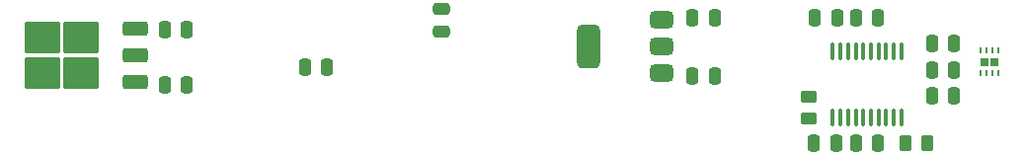
<source format=gtp>
G04 #@! TF.GenerationSoftware,KiCad,Pcbnew,8.0.4*
G04 #@! TF.CreationDate,2024-09-22T20:29:30+02:00*
G04 #@! TF.ProjectId,Fader_Single,46616465-725f-4536-996e-676c652e6b69,rev?*
G04 #@! TF.SameCoordinates,Original*
G04 #@! TF.FileFunction,Paste,Top*
G04 #@! TF.FilePolarity,Positive*
%FSLAX46Y46*%
G04 Gerber Fmt 4.6, Leading zero omitted, Abs format (unit mm)*
G04 Created by KiCad (PCBNEW 8.0.4) date 2024-09-22 20:29:30*
%MOMM*%
%LPD*%
G01*
G04 APERTURE LIST*
G04 Aperture macros list*
%AMRoundRect*
0 Rectangle with rounded corners*
0 $1 Rounding radius*
0 $2 $3 $4 $5 $6 $7 $8 $9 X,Y pos of 4 corners*
0 Add a 4 corners polygon primitive as box body*
4,1,4,$2,$3,$4,$5,$6,$7,$8,$9,$2,$3,0*
0 Add four circle primitives for the rounded corners*
1,1,$1+$1,$2,$3*
1,1,$1+$1,$4,$5*
1,1,$1+$1,$6,$7*
1,1,$1+$1,$8,$9*
0 Add four rect primitives between the rounded corners*
20,1,$1+$1,$2,$3,$4,$5,0*
20,1,$1+$1,$4,$5,$6,$7,0*
20,1,$1+$1,$6,$7,$8,$9,0*
20,1,$1+$1,$8,$9,$2,$3,0*%
G04 Aperture macros list end*
%ADD10RoundRect,0.100000X0.100000X-0.637500X0.100000X0.637500X-0.100000X0.637500X-0.100000X-0.637500X0*%
%ADD11RoundRect,0.250000X0.850000X0.350000X-0.850000X0.350000X-0.850000X-0.350000X0.850000X-0.350000X0*%
%ADD12RoundRect,0.250000X1.275000X1.125000X-1.275000X1.125000X-1.275000X-1.125000X1.275000X-1.125000X0*%
%ADD13RoundRect,0.375000X0.625000X0.375000X-0.625000X0.375000X-0.625000X-0.375000X0.625000X-0.375000X0*%
%ADD14RoundRect,0.500000X0.500000X1.400000X-0.500000X1.400000X-0.500000X-1.400000X0.500000X-1.400000X0*%
%ADD15R,0.650000X0.750000*%
%ADD16RoundRect,0.062500X0.062500X-0.187500X0.062500X0.187500X-0.062500X0.187500X-0.062500X-0.187500X0*%
%ADD17RoundRect,0.250000X0.262500X0.450000X-0.262500X0.450000X-0.262500X-0.450000X0.262500X-0.450000X0*%
%ADD18RoundRect,0.250000X-0.450000X0.262500X-0.450000X-0.262500X0.450000X-0.262500X0.450000X0.262500X0*%
%ADD19RoundRect,0.250000X-0.475000X0.250000X-0.475000X-0.250000X0.475000X-0.250000X0.475000X0.250000X0*%
%ADD20RoundRect,0.250000X-0.250000X-0.475000X0.250000X-0.475000X0.250000X0.475000X-0.250000X0.475000X0*%
%ADD21RoundRect,0.250000X0.250000X0.475000X-0.250000X0.475000X-0.250000X-0.475000X0.250000X-0.475000X0*%
G04 APERTURE END LIST*
D10*
X177075000Y-105362500D03*
X177725000Y-105362500D03*
X178375000Y-105362500D03*
X179025000Y-105362500D03*
X179675000Y-105362500D03*
X180325000Y-105362500D03*
X180975000Y-105362500D03*
X181625000Y-105362500D03*
X182275000Y-105362500D03*
X182925000Y-105362500D03*
X182925000Y-99637500D03*
X182275000Y-99637500D03*
X181625000Y-99637500D03*
X180975000Y-99637500D03*
X180325000Y-99637500D03*
X179675000Y-99637500D03*
X179025000Y-99637500D03*
X178375000Y-99637500D03*
X177725000Y-99637500D03*
X177075000Y-99637500D03*
D11*
X117250000Y-102280000D03*
X117250000Y-100000000D03*
X117250000Y-97720000D03*
D12*
X112625000Y-101525000D03*
X112625000Y-98475000D03*
X109275000Y-101525000D03*
X109275000Y-98475000D03*
D13*
X162400000Y-101550000D03*
X162400000Y-99250000D03*
X162400000Y-96950000D03*
D14*
X156100000Y-99250000D03*
D15*
X190100000Y-100550000D03*
X190900000Y-100550000D03*
D16*
X189750000Y-101500000D03*
X190250000Y-101500000D03*
X190750000Y-101500000D03*
X191250000Y-101500000D03*
X191250000Y-99600000D03*
X190750000Y-99600000D03*
X190250000Y-99600000D03*
X189750000Y-99600000D03*
D17*
X185162500Y-107500000D03*
X183337500Y-107500000D03*
D18*
X175000000Y-103587500D03*
X175000000Y-105412500D03*
D19*
X143500000Y-96050000D03*
X143500000Y-97950000D03*
D20*
X119800000Y-97750000D03*
X121700000Y-97750000D03*
X119800000Y-102500000D03*
X121700000Y-102500000D03*
D21*
X187450000Y-103500000D03*
X185550000Y-103500000D03*
X187450000Y-101250000D03*
X185550000Y-101250000D03*
X187450000Y-99000000D03*
X185550000Y-99000000D03*
D20*
X131800000Y-101000000D03*
X133700000Y-101000000D03*
D21*
X177350000Y-107500000D03*
X175450000Y-107500000D03*
D20*
X179050000Y-107500000D03*
X180950000Y-107500000D03*
X179050000Y-96750000D03*
X180950000Y-96750000D03*
X165050000Y-96750000D03*
X166950000Y-96750000D03*
X165050000Y-101750000D03*
X166950000Y-101750000D03*
D21*
X177450000Y-96750000D03*
X175550000Y-96750000D03*
M02*

</source>
